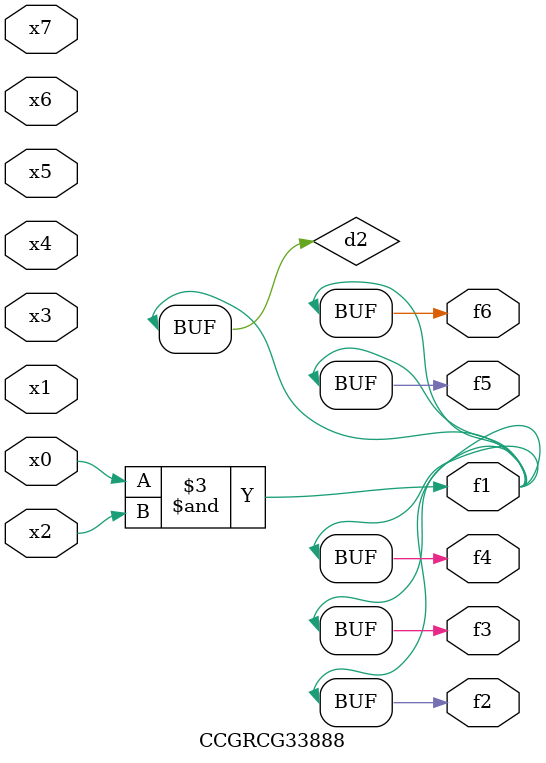
<source format=v>
module CCGRCG33888(
	input x0, x1, x2, x3, x4, x5, x6, x7,
	output f1, f2, f3, f4, f5, f6
);

	wire d1, d2;

	nor (d1, x3, x6);
	and (d2, x0, x2);
	assign f1 = d2;
	assign f2 = d2;
	assign f3 = d2;
	assign f4 = d2;
	assign f5 = d2;
	assign f6 = d2;
endmodule

</source>
